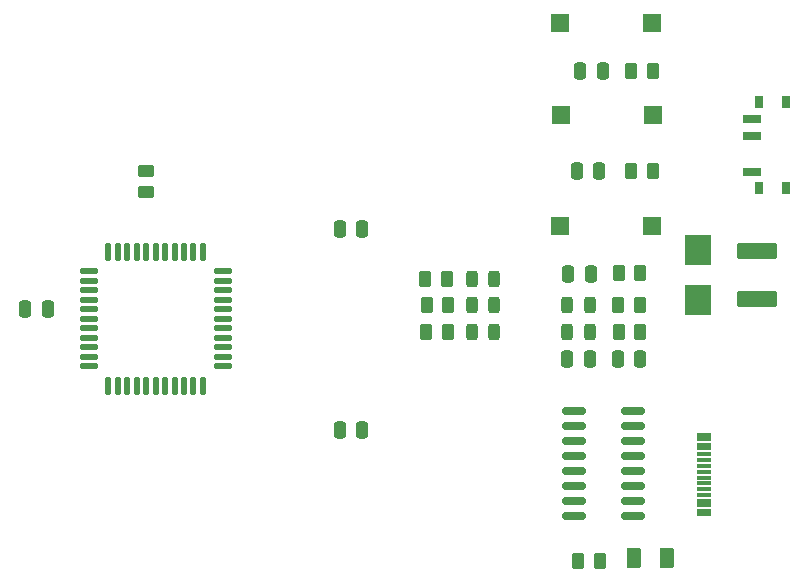
<source format=gbr>
%TF.GenerationSoftware,KiCad,Pcbnew,(6.0.4)*%
%TF.CreationDate,2022-05-14T14:59:47+08:00*%
%TF.ProjectId,51,35312e6b-6963-4616-945f-706362585858,rev?*%
%TF.SameCoordinates,Original*%
%TF.FileFunction,Paste,Top*%
%TF.FilePolarity,Positive*%
%FSLAX46Y46*%
G04 Gerber Fmt 4.6, Leading zero omitted, Abs format (unit mm)*
G04 Created by KiCad (PCBNEW (6.0.4)) date 2022-05-14 14:59:47*
%MOMM*%
%LPD*%
G01*
G04 APERTURE LIST*
G04 Aperture macros list*
%AMRoundRect*
0 Rectangle with rounded corners*
0 $1 Rounding radius*
0 $2 $3 $4 $5 $6 $7 $8 $9 X,Y pos of 4 corners*
0 Add a 4 corners polygon primitive as box body*
4,1,4,$2,$3,$4,$5,$6,$7,$8,$9,$2,$3,0*
0 Add four circle primitives for the rounded corners*
1,1,$1+$1,$2,$3*
1,1,$1+$1,$4,$5*
1,1,$1+$1,$6,$7*
1,1,$1+$1,$8,$9*
0 Add four rect primitives between the rounded corners*
20,1,$1+$1,$2,$3,$4,$5,0*
20,1,$1+$1,$4,$5,$6,$7,0*
20,1,$1+$1,$6,$7,$8,$9,0*
20,1,$1+$1,$8,$9,$2,$3,0*%
G04 Aperture macros list end*
%ADD10RoundRect,0.249999X-1.450001X0.450001X-1.450001X-0.450001X1.450001X-0.450001X1.450001X0.450001X0*%
%ADD11RoundRect,0.250000X0.250000X0.475000X-0.250000X0.475000X-0.250000X-0.475000X0.250000X-0.475000X0*%
%ADD12RoundRect,0.243750X-0.243750X-0.456250X0.243750X-0.456250X0.243750X0.456250X-0.243750X0.456250X0*%
%ADD13RoundRect,0.250000X-0.250000X-0.475000X0.250000X-0.475000X0.250000X0.475000X-0.250000X0.475000X0*%
%ADD14RoundRect,0.243750X0.243750X0.456250X-0.243750X0.456250X-0.243750X-0.456250X0.243750X-0.456250X0*%
%ADD15RoundRect,0.250000X0.262500X0.450000X-0.262500X0.450000X-0.262500X-0.450000X0.262500X-0.450000X0*%
%ADD16R,1.150000X0.300000*%
%ADD17R,1.500000X1.500000*%
%ADD18RoundRect,0.137500X0.137500X-0.600000X0.137500X0.600000X-0.137500X0.600000X-0.137500X-0.600000X0*%
%ADD19RoundRect,0.137500X0.600000X-0.137500X0.600000X0.137500X-0.600000X0.137500X-0.600000X-0.137500X0*%
%ADD20RoundRect,0.250000X-0.262500X-0.450000X0.262500X-0.450000X0.262500X0.450000X-0.262500X0.450000X0*%
%ADD21R,0.800000X1.000000*%
%ADD22R,1.500000X0.700000*%
%ADD23RoundRect,0.150000X-0.825000X-0.150000X0.825000X-0.150000X0.825000X0.150000X-0.825000X0.150000X0*%
%ADD24RoundRect,0.250000X-0.450000X0.262500X-0.450000X-0.262500X0.450000X-0.262500X0.450000X0.262500X0*%
%ADD25R,2.300000X2.500000*%
%ADD26RoundRect,0.250000X0.375000X0.625000X-0.375000X0.625000X-0.375000X-0.625000X0.375000X-0.625000X0*%
G04 APERTURE END LIST*
D10*
%TO.C,TH1*%
X167000000Y-86950000D03*
X167000000Y-91050000D03*
%TD*%
D11*
%TO.C,C7*%
X106950000Y-91900000D03*
X105050000Y-91900000D03*
%TD*%
D12*
%TO.C,D2*%
X150962500Y-93800000D03*
X152837500Y-93800000D03*
%TD*%
D13*
%TO.C,C10*%
X151050000Y-88900000D03*
X152950000Y-88900000D03*
%TD*%
D11*
%TO.C,C1*%
X157100000Y-96150000D03*
X155200000Y-96150000D03*
%TD*%
D14*
%TO.C,D5*%
X144725000Y-93850000D03*
X142850000Y-93850000D03*
%TD*%
D15*
%TO.C,R2*%
X153712500Y-113200000D03*
X151887500Y-113200000D03*
%TD*%
D16*
%TO.C,USBC1*%
X162565000Y-109250000D03*
X162565000Y-108450000D03*
X162565000Y-107150000D03*
X162565000Y-106150000D03*
X162565000Y-105650000D03*
X162565000Y-104650000D03*
X162565000Y-103350000D03*
X162565000Y-102550000D03*
X162565000Y-102850000D03*
X162565000Y-103650000D03*
X162565000Y-104150000D03*
X162565000Y-105150000D03*
X162565000Y-106650000D03*
X162565000Y-107650000D03*
X162565000Y-108150000D03*
X162565000Y-108950000D03*
%TD*%
D11*
%TO.C,C2*%
X152850000Y-96150000D03*
X150950000Y-96150000D03*
%TD*%
D15*
%TO.C,R8*%
X140862500Y-91550000D03*
X139037500Y-91550000D03*
%TD*%
D13*
%TO.C,C6*%
X152050000Y-71700000D03*
X153950000Y-71700000D03*
%TD*%
D11*
%TO.C,C9*%
X133600000Y-102100000D03*
X131700000Y-102100000D03*
%TD*%
D17*
%TO.C,SW1*%
X158200000Y-75450000D03*
X150400000Y-75450000D03*
%TD*%
D11*
%TO.C,C8*%
X133600000Y-85100000D03*
X131700000Y-85100000D03*
%TD*%
D14*
%TO.C,D6*%
X144737500Y-91550000D03*
X142862500Y-91550000D03*
%TD*%
D17*
%TO.C,SW3*%
X158150000Y-84850000D03*
X150350000Y-84850000D03*
%TD*%
D18*
%TO.C,U2*%
X112100000Y-98362500D03*
X112900000Y-98362500D03*
X113700000Y-98362500D03*
X114500000Y-98362500D03*
X115300000Y-98362500D03*
X116100000Y-98362500D03*
X116900000Y-98362500D03*
X117700000Y-98362500D03*
X118500000Y-98362500D03*
X119300000Y-98362500D03*
X120100000Y-98362500D03*
D19*
X121762500Y-96700000D03*
X121762500Y-95900000D03*
X121762500Y-95100000D03*
X121762500Y-94300000D03*
X121762500Y-93500000D03*
X121762500Y-92700000D03*
X121762500Y-91900000D03*
X121762500Y-91100000D03*
X121762500Y-90300000D03*
X121762500Y-89500000D03*
X121762500Y-88700000D03*
D18*
X120100000Y-87037500D03*
X119300000Y-87037500D03*
X118500000Y-87037500D03*
X117700000Y-87037500D03*
X116900000Y-87037500D03*
X116100000Y-87037500D03*
X115300000Y-87037500D03*
X114500000Y-87037500D03*
X113700000Y-87037500D03*
X112900000Y-87037500D03*
X112100000Y-87037500D03*
D19*
X110437500Y-88700000D03*
X110437500Y-89500000D03*
X110437500Y-90300000D03*
X110437500Y-91100000D03*
X110437500Y-91900000D03*
X110437500Y-92700000D03*
X110437500Y-93500000D03*
X110437500Y-94300000D03*
X110437500Y-95100000D03*
X110437500Y-95900000D03*
X110437500Y-96700000D03*
%TD*%
D15*
%TO.C,R6*%
X140762500Y-89300000D03*
X138937500Y-89300000D03*
%TD*%
D20*
%TO.C,R4*%
X155250000Y-91500000D03*
X157075000Y-91500000D03*
%TD*%
D13*
%TO.C,C3*%
X151750000Y-80200000D03*
X153650000Y-80200000D03*
%TD*%
D20*
%TO.C,R3*%
X155287500Y-93800000D03*
X157112500Y-93800000D03*
%TD*%
D21*
%TO.C,S1*%
X169430000Y-74350000D03*
X167220000Y-74350000D03*
X167220000Y-81650000D03*
X169430000Y-81650000D03*
D22*
X166570000Y-80250000D03*
X166570000Y-77250000D03*
X166570000Y-75750000D03*
%TD*%
D23*
%TO.C,U1*%
X151525000Y-100555000D03*
X151525000Y-101825000D03*
X151525000Y-103095000D03*
X151525000Y-104365000D03*
X151525000Y-105635000D03*
X151525000Y-106905000D03*
X151525000Y-108175000D03*
X151525000Y-109445000D03*
X156475000Y-109445000D03*
X156475000Y-108175000D03*
X156475000Y-106905000D03*
X156475000Y-105635000D03*
X156475000Y-104365000D03*
X156475000Y-103095000D03*
X156475000Y-101825000D03*
X156475000Y-100555000D03*
%TD*%
D14*
%TO.C,D4*%
X144737500Y-89300000D03*
X142862500Y-89300000D03*
%TD*%
D15*
%TO.C,R5*%
X158200000Y-71700000D03*
X156375000Y-71700000D03*
%TD*%
D24*
%TO.C,R9*%
X115300000Y-80187500D03*
X115300000Y-82012500D03*
%TD*%
D15*
%TO.C,R7*%
X140812500Y-93850000D03*
X138987500Y-93850000D03*
%TD*%
%TO.C,R1*%
X158162500Y-80200000D03*
X156337500Y-80200000D03*
%TD*%
D25*
%TO.C,DR1*%
X162000000Y-86850000D03*
X162000000Y-91150000D03*
%TD*%
D26*
%TO.C,D1*%
X159400000Y-113000000D03*
X156600000Y-113000000D03*
%TD*%
D15*
%TO.C,R10*%
X157112500Y-88850000D03*
X155287500Y-88850000D03*
%TD*%
D12*
%TO.C,D3*%
X150962500Y-91550000D03*
X152837500Y-91550000D03*
%TD*%
D17*
%TO.C,SW2*%
X150350000Y-67650000D03*
X158150000Y-67650000D03*
%TD*%
M02*

</source>
